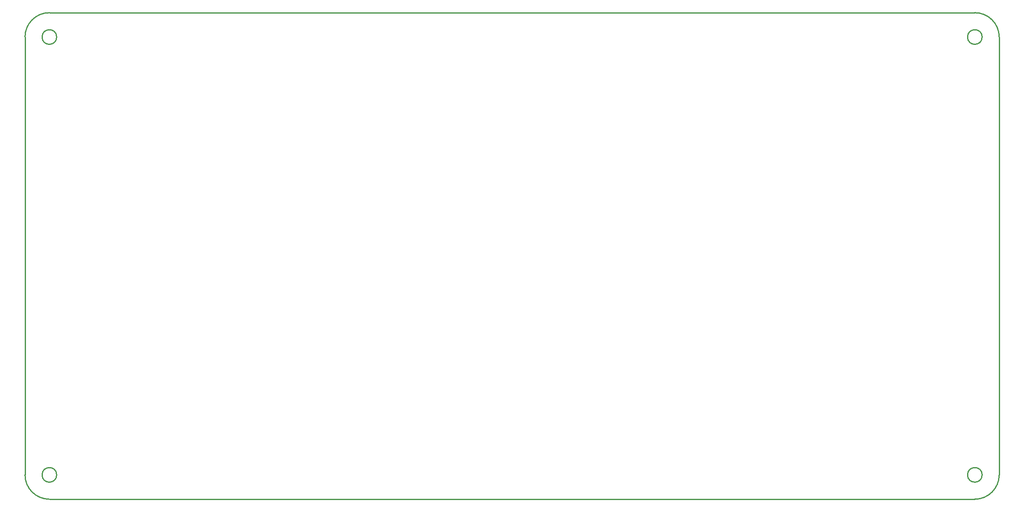
<source format=gko>
G04*
G04 #@! TF.GenerationSoftware,Altium Limited,Altium Designer,22.10.1 (41)*
G04*
G04 Layer_Color=16711935*
%FSLAX44Y44*%
%MOMM*%
G71*
G04*
G04 #@! TF.SameCoordinates,C9FDC906-5936-4CD8-A4FC-E9511144A6E8*
G04*
G04*
G04 #@! TF.FilePolarity,Positive*
G04*
G01*
G75*
%ADD13C,0.2540*%
D13*
X1965000Y950000D02*
G03*
X1965000Y950000I-15000J0D01*
G01*
Y50000D02*
G03*
X1965000Y50000I-15000J0D01*
G01*
X65000D02*
G03*
X65000Y50000I-15000J0D01*
G01*
Y950000D02*
G03*
X65000Y950000I-15000J0D01*
G01*
X2000000D02*
G03*
X1950000Y1000000I-50000J0D01*
G01*
Y0D02*
G03*
X2000000Y50000I0J50000D01*
G01*
X0D02*
G03*
X50000Y0I50000J0D01*
G01*
Y1000000D02*
G03*
X0Y950000I0J-50000D01*
G01*
X2000000Y49600D02*
Y950000D01*
X50000Y0D02*
X1950000Y0D01*
X-0Y50000D02*
X0Y950000D01*
X50000Y1000000D02*
X1950000Y1000000D01*
M02*

</source>
